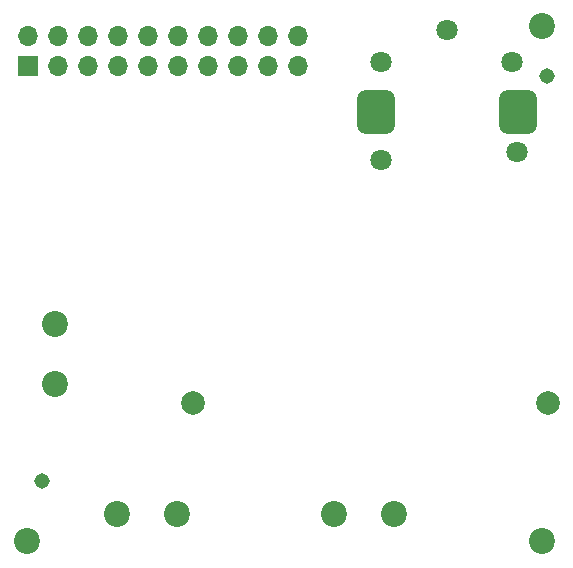
<source format=gbr>
%TF.GenerationSoftware,KiCad,Pcbnew,(6.0.2)*%
%TF.CreationDate,2022-04-08T22:45:37+03:00*%
%TF.ProjectId,pwm-controller,70776d2d-636f-46e7-9472-6f6c6c65722e,rev?*%
%TF.SameCoordinates,Original*%
%TF.FileFunction,Soldermask,Bot*%
%TF.FilePolarity,Negative*%
%FSLAX46Y46*%
G04 Gerber Fmt 4.6, Leading zero omitted, Abs format (unit mm)*
G04 Created by KiCad (PCBNEW (6.0.2)) date 2022-04-08 22:45:37*
%MOMM*%
%LPD*%
G01*
G04 APERTURE LIST*
G04 Aperture macros list*
%AMRoundRect*
0 Rectangle with rounded corners*
0 $1 Rounding radius*
0 $2 $3 $4 $5 $6 $7 $8 $9 X,Y pos of 4 corners*
0 Add a 4 corners polygon primitive as box body*
4,1,4,$2,$3,$4,$5,$6,$7,$8,$9,$2,$3,0*
0 Add four circle primitives for the rounded corners*
1,1,$1+$1,$2,$3*
1,1,$1+$1,$4,$5*
1,1,$1+$1,$6,$7*
1,1,$1+$1,$8,$9*
0 Add four rect primitives between the rounded corners*
20,1,$1+$1,$2,$3,$4,$5,0*
20,1,$1+$1,$4,$5,$6,$7,0*
20,1,$1+$1,$6,$7,$8,$9,0*
20,1,$1+$1,$8,$9,$2,$3,0*%
G04 Aperture macros list end*
%ADD10C,2.200000*%
%ADD11C,1.310000*%
%ADD12RoundRect,0.800000X-0.800000X-1.100000X0.800000X-1.100000X0.800000X1.100000X-0.800000X1.100000X0*%
%ADD13C,1.800000*%
%ADD14C,2.000000*%
%ADD15R,1.700000X1.700000*%
%ADD16O,1.700000X1.700000*%
G04 APERTURE END LIST*
D10*
%TO.C,J1*%
X81788000Y-104648000D03*
X81788000Y-109728000D03*
%TD*%
D11*
%TO.C,H1*%
X123444000Y-83655000D03*
%TD*%
D10*
%TO.C,H3*%
X79375000Y-123025000D03*
%TD*%
D11*
%TO.C,H2*%
X80645000Y-117945000D03*
%TD*%
D12*
%TO.C,SW1*%
X108935000Y-86626000D03*
X120935000Y-86626000D03*
D13*
X109385000Y-82426000D03*
X120485000Y-82426000D03*
X109385000Y-90726000D03*
X114935000Y-79726000D03*
X120885000Y-90026000D03*
%TD*%
D10*
%TO.C,H4*%
X123025000Y-123025000D03*
%TD*%
%TO.C,H5*%
X123025000Y-79375000D03*
%TD*%
D14*
%TO.C,H6*%
X93500000Y-111270000D03*
%TD*%
%TO.C,H7*%
X123500000Y-111270000D03*
%TD*%
D15*
%TO.C,J2*%
X79502000Y-82804000D03*
D16*
X79502000Y-80264000D03*
X82042000Y-82804000D03*
X82042000Y-80264000D03*
X84582000Y-82804000D03*
X84582000Y-80264000D03*
X87122000Y-82804000D03*
X87122000Y-80264000D03*
X89662000Y-82804000D03*
X89662000Y-80264000D03*
X92202000Y-82804000D03*
X92202000Y-80264000D03*
X94742000Y-82804000D03*
X94742000Y-80264000D03*
X97282000Y-82804000D03*
X97282000Y-80264000D03*
X99822000Y-82804000D03*
X99822000Y-80264000D03*
X102362000Y-82804000D03*
X102362000Y-80264000D03*
%TD*%
D10*
%TO.C,J4*%
X105410000Y-120739000D03*
X110490000Y-120739000D03*
%TD*%
%TO.C,J3*%
X86995000Y-120739000D03*
X92075000Y-120739000D03*
%TD*%
M02*

</source>
